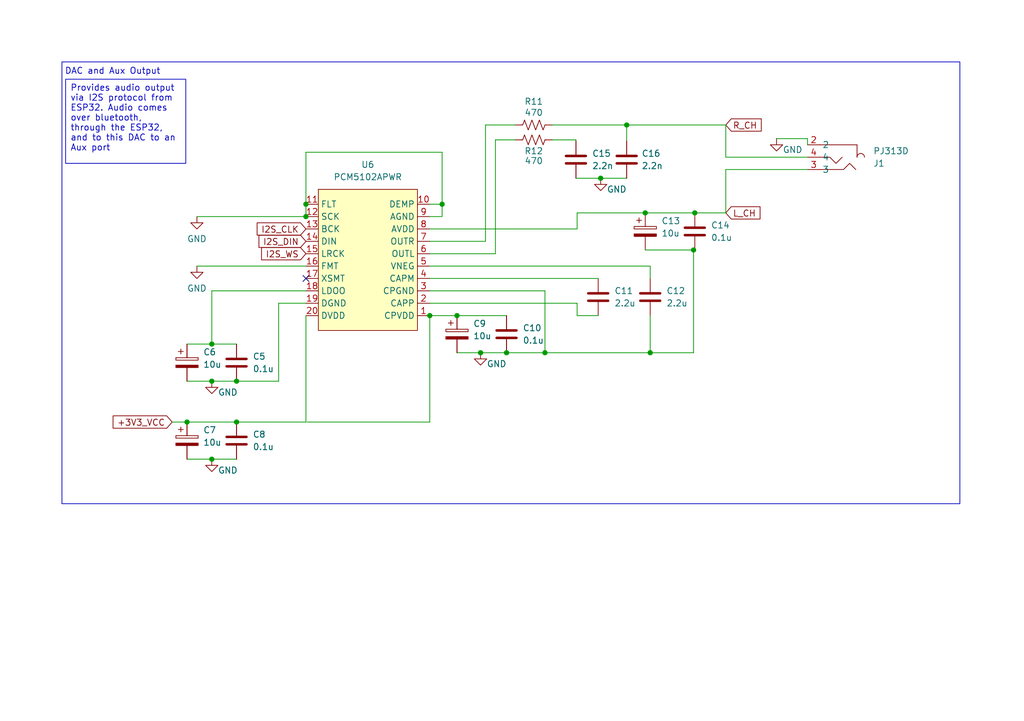
<source format=kicad_sch>
(kicad_sch (version 20250114) (generator "eeschema") (generator_version "9.0")
  (paper "A5")
  (lib_symbols
    (symbol "Device:C" (pin_numbers (hide yes)) (pin_names (offset 0.254))
      (property "Reference" "C" (at 0.635 2.54 0))
      (property "Value" "C" (at 0.635 -2.54 0))
      (symbol "C_0_1"
        (polyline (pts (xy -2.032 0.762) (xy 2.032 0.762)) (stroke (width 0.508)))
        (polyline (pts (xy -2.032 -0.762) (xy 2.032 -0.762)) (stroke (width 0.508)))
      )
      (symbol "C_1_1"
        (pin passive line (at 0 3.81 270) (length 2.794) (name "~") (number "1"))
        (pin passive line (at 0 -3.81 90) (length 2.794) (name "~") (number "2"))
      )
    )
    (symbol "Device:C_Polarized" (pin_numbers (hide yes)) (pin_names (offset 0.254))
      (property "Reference" "C" (at 0.635 2.54 0))
      (property "Value" "C_Polarized" (at 0.635 -2.54 0))
      (symbol "C_Polarized_0_1"
        (rectangle (start -2.286 0.508) (end 2.286 1.016))
        (polyline (pts (xy -1.778 2.286) (xy -0.762 2.286)))
        (polyline (pts (xy -1.27 2.794) (xy -1.27 1.778)))
        (rectangle (start 2.286 -0.508) (end -2.286 -1.016) (fill (type outline)))
      )
      (symbol "C_Polarized_1_1"
        (pin passive line (at 0 3.81 270) (length 2.794) (name "~") (number "1"))
        (pin passive line (at 0 -3.81 90) (length 2.794) (name "~") (number "2"))
      )
    )
    (symbol "Device:R_US" (pin_numbers (hide yes)) (pin_names (offset 0))
      (property "Reference" "R" (at 2.54 0 90))
      (property "Value" "R_US" (at -2.54 0 90))
      (symbol "R_US_0_1"
        (polyline (pts (xy 0 2.286) (xy 0 2.54)))
        (polyline (pts (xy 0 2.286) (xy 1.016 1.905) (xy 0 1.524) (xy -1.016 1.143) (xy 0 0.762)))
        (polyline (pts (xy 0 0.762) (xy 1.016 0.381) (xy 0 0) (xy -1.016 -0.381) (xy 0 -0.762)))
        (polyline (pts (xy 0 -0.762) (xy 1.016 -1.143) (xy 0 -1.524) (xy -1.016 -1.905) (xy 0 -2.286)))
        (polyline (pts (xy 0 -2.286) (xy 0 -2.54)))
      )
      (symbol "R_US_1_1"
        (pin passive line (at 0 3.81 270) (length 1.27) (name "~") (number "1"))
        (pin passive line (at 0 -3.81 90) (length 1.27) (name "~") (number "2"))
      )
    )
    (symbol "power:GND" (power) (pin_numbers (hide yes)) (pin_names (offset 0) (hide yes))
      (property "Value" "GND" (at 0 -3.81 0))
      (symbol "GND_0_1"
        (polyline (pts (xy 0 0) (xy 0 -1.27) (xy 1.27 -1.27) (xy 0 -2.54) (xy -1.27 -1.27) (xy 0 -1.27)))
      )
      (symbol "GND_1_1"
        (pin power_in line (at 0 0 270) (length 0) (name "~") (number "1"))
      )
    )
    (symbol "syms_foots:PCM5102APWR"
      (property "Reference" "U" (at 0 16.51 0))
      (property "Value" "PCM5102APWR" (at 0 -16.51 0))
      (symbol "PCM5102APWR_0_1"
        (rectangle (start -10.16 14.48) (end 10.16 -14.48) (fill (type background)))
        (pin unspecified line (at -12.7 11.43 0) (length 2.54) (name "FLT") (number "11"))
        (pin unspecified line (at -12.7 8.89 0) (length 2.54) (name "SCK") (number "12"))
        (pin unspecified line (at -12.7 6.35 0) (length 2.54) (name "BCK") (number "13"))
        (pin unspecified line (at -12.7 3.81 0) (length 2.54) (name "DIN") (number "14"))
        (pin unspecified line (at -12.7 1.27 0) (length 2.54) (name "LRCK") (number "15"))
        (pin unspecified line (at -12.7 -1.27 0) (length 2.54) (name "FMT") (number "16"))
        (pin unspecified line (at -12.7 -3.81 0) (length 2.54) (name "XSMT") (number "17"))
        (pin unspecified line (at -12.7 -6.35 0) (length 2.54) (name "LDOO") (number "18"))
        (pin unspecified line (at -12.7 -8.89 0) (length 2.54) (name "DGND") (number "19"))
        (pin unspecified line (at -12.7 -11.43 0) (length 2.54) (name "DVDD") (number "20"))
        (pin unspecified line (at 12.7 11.43 180) (length 2.54) (name "DEMP") (number "10"))
        (pin unspecified line (at 12.7 8.89 180) (length 2.54) (name "AGND") (number "9"))
        (pin unspecified line (at 12.7 6.35 180) (length 2.54) (name "AVDD") (number "8"))
        (pin unspecified line (at 12.7 3.81 180) (length 2.54) (name "OUTR") (number "7"))
        (pin unspecified line (at 12.7 1.27 180) (length 2.54) (name "OUTL") (number "6"))
        (pin unspecified line (at 12.7 -1.27 180) (length 2.54) (name "VNEG") (number "5"))
        (pin unspecified line (at 12.7 -3.81 180) (length 2.54) (name "CAPM") (number "4"))
        (pin unspecified line (at 12.7 -6.35 180) (length 2.54) (name "CPGND") (number "3"))
        (pin unspecified line (at 12.7 -8.89 180) (length 2.54) (name "CAPP") (number "2"))
        (pin unspecified line (at 12.7 -11.43 180) (length 2.54) (name "CPVDD") (number "1"))
      )
    )
    (symbol "syms_foots:PJ313D"
      (property "Reference" "J" (at 0 7.62 0))
      (property "Value" "PJ313D" (at 0 -7.62 0))
      (symbol "PJ313D_0_1"
        (arc (start -6.6 0) (mid -5.8449 0.7631) (end -5.08 0.01))
        (polyline (pts (xy -5.08 2.54) (xy -5.08 0)))
        (polyline (pts (xy 2.54 2.54) (xy -5.08 2.54)))
        (polyline (pts (xy 2.54 0) (xy 0.51 0) (xy -0.76 -1.27) (xy -2.03 0)))
        (polyline (pts (xy 2.54 -2.54) (xy -2.29 -2.54) (xy -3.56 -1.27) (xy -4.83 -2.54)))
        (pin input line (at 5.08 2.54 180) (length 2.54) (name "2") (number "2"))
        (pin input line (at 5.08 0 180) (length 2.54) (name "4") (number "4"))
        (pin input line (at 5.08 -2.54 180) (length 2.54) (name "3") (number "3"))
      )
    )
  )
  (rectangle (start 12.7 12.7) (end 196.85 103.378))
  (text "DAC and Aux Output" (at 23.114 14.732 0) (effects (font (size 1.27 1.27))))
  (text_box "Provides audio output via I2S protocol from ESP32. Audio comes over bluetooth, through the ESP32, and to this DAC to an Aux port" (at 13.462 16.256 0) (size 24.638 17.272) (margins 0.9525 0.9525 0.9525 0.9525) (effects (font (size 1.27 1.27)) (justify left top)))
  (junction (at 132.334 43.688))
  (junction (at 38.354 86.614))
  (junction (at 142.494 43.688))
  (junction (at 103.886 72.39))
  (junction (at 43.434 94.234))
  (junction (at 98.552 72.39))
  (junction (at 62.738 44.45))
  (junction (at 128.524 25.654))
  (junction (at 90.678 41.91))
  (junction (at 142.24 51.308))
  (junction (at 43.434 70.612))
  (junction (at 93.726 64.77))
  (junction (at 133.35 72.39))
  (junction (at 48.514 86.614))
  (junction (at 111.76 72.39))
  (junction (at 88.138 64.77))
  (junction (at 43.434 78.232))
  (junction (at 123.19 36.576))
  (junction (at 48.514 78.232))
  (junction (at 62.738 41.91))
  (no_connect (at 62.738 57.15))
  (wire (pts (xy 62.738 31.242) (xy 62.738 41.91)))
  (wire (pts (xy 62.992 86.614) (xy 88.138 86.614)))
  (wire (pts (xy 118.364 64.77) (xy 122.682 64.77)))
  (wire (pts (xy 43.434 70.612) (xy 48.514 70.612)))
  (wire (pts (xy 57.15 62.23) (xy 57.15 78.232)))
  (wire (pts (xy 38.354 70.612) (xy 43.434 70.612)))
  (wire (pts (xy 118.364 43.688) (xy 132.334 43.688)))
  (wire (pts (xy 165.608 28.448) (xy 165.608 29.718)))
  (wire (pts (xy 62.738 62.23) (xy 57.15 62.23)))
  (wire (pts (xy 142.494 51.308) (xy 142.24 51.308)))
  (wire (pts (xy 118.11 28.702) (xy 118.11 28.956)))
  (wire (pts (xy 133.35 64.77) (xy 133.35 72.39)))
  (wire (pts (xy 128.524 25.654) (xy 148.844 25.654)))
  (wire (pts (xy 90.678 41.91) (xy 90.678 31.242)))
  (wire (pts (xy 40.386 54.61) (xy 62.738 54.61)))
  (wire (pts (xy 118.11 36.576) (xy 123.19 36.576)))
  (wire (pts (xy 101.6 52.07) (xy 101.6 28.702)))
  (wire (pts (xy 101.6 28.702) (xy 105.664 28.702)))
  (wire (pts (xy 43.434 78.232) (xy 48.514 78.232)))
  (wire (pts (xy 142.24 51.308) (xy 142.24 72.39)))
  (wire (pts (xy 132.334 43.688) (xy 142.494 43.688)))
  (wire (pts (xy 148.844 34.798) (xy 148.844 43.688)))
  (wire (pts (xy 93.726 64.77) (xy 103.886 64.77)))
  (wire (pts (xy 88.138 52.07) (xy 101.6 52.07)))
  (wire (pts (xy 62.738 86.614) (xy 62.738 64.77)))
  (wire (pts (xy 99.568 25.654) (xy 105.664 25.654)))
  (wire (pts (xy 88.138 49.53) (xy 99.568 49.53)))
  (wire (pts (xy 148.844 32.258) (xy 165.608 32.258)))
  (wire (pts (xy 133.35 54.61) (xy 133.35 57.15)))
  (wire (pts (xy 88.138 41.91) (xy 90.678 41.91)))
  (wire (pts (xy 38.354 94.234) (xy 43.434 94.234)))
  (wire (pts (xy 123.19 36.576) (xy 128.524 36.576)))
  (wire (pts (xy 142.494 43.688) (xy 148.844 43.688)))
  (wire (pts (xy 38.354 78.232) (xy 43.434 78.232)))
  (wire (pts (xy 43.434 94.234) (xy 48.514 94.234)))
  (wire (pts (xy 35.306 86.614) (xy 38.354 86.614)))
  (wire (pts (xy 128.524 25.654) (xy 128.524 28.956)))
  (wire (pts (xy 90.678 31.242) (xy 62.738 31.242)))
  (wire (pts (xy 88.138 86.614) (xy 88.138 64.77)))
  (wire (pts (xy 48.514 86.614) (xy 62.738 86.614)))
  (wire (pts (xy 62.738 41.91) (xy 62.738 44.45)))
  (wire (pts (xy 48.514 78.232) (xy 57.15 78.232)))
  (wire (pts (xy 159.258 28.448) (xy 165.608 28.448)))
  (wire (pts (xy 165.608 34.798) (xy 148.844 34.798)))
  (wire (pts (xy 132.334 51.308) (xy 142.24 51.308)))
  (wire (pts (xy 142.24 72.39) (xy 133.35 72.39)))
  (wire (pts (xy 38.354 86.614) (xy 48.514 86.614)))
  (wire (pts (xy 118.364 62.23) (xy 118.364 64.77)))
  (wire (pts (xy 88.138 44.45) (xy 90.678 44.45)))
  (wire (pts (xy 43.434 59.69) (xy 62.738 59.69)))
  (wire (pts (xy 98.552 72.39) (xy 103.886 72.39)))
  (wire (pts (xy 43.434 70.612) (xy 43.434 59.69)))
  (wire (pts (xy 88.138 54.61) (xy 133.35 54.61)))
  (wire (pts (xy 103.886 72.39) (xy 111.76 72.39)))
  (wire (pts (xy 113.284 28.702) (xy 118.11 28.702)))
  (wire (pts (xy 88.138 62.23) (xy 118.364 62.23)))
  (wire (pts (xy 88.138 57.15) (xy 122.682 57.15)))
  (wire (pts (xy 88.138 46.99) (xy 118.364 46.99)))
  (wire (pts (xy 113.284 25.654) (xy 128.524 25.654)))
  (wire (pts (xy 148.844 25.654) (xy 148.844 32.258)))
  (wire (pts (xy 88.138 59.69) (xy 111.76 59.69)))
  (wire (pts (xy 118.364 46.99) (xy 118.364 43.688)))
  (wire (pts (xy 90.678 44.45) (xy 90.678 41.91)))
  (wire (pts (xy 93.726 72.39) (xy 98.552 72.39)))
  (wire (pts (xy 40.386 44.45) (xy 62.738 44.45)))
  (wire (pts (xy 133.35 72.39) (xy 111.76 72.39)))
  (wire (pts (xy 111.76 59.69) (xy 111.76 72.39)))
  (wire (pts (xy 99.568 49.53) (xy 99.568 25.654)))
  (wire (pts (xy 88.138 64.77) (xy 93.726 64.77)))
  (global_label "I2S_CLK" (shape input) (at 62.738 46.99 180) (property "Intersheetrefs" "${INTERSHEET_REFS}" (effects (hide yes))))
  (global_label "I2S_DIN" (shape input) (at 62.738 49.53 180) (property "Intersheetrefs" "${INTERSHEET_REFS}" (effects (hide yes))))
  (global_label "L_CH" (shape input) (at 148.844 43.688 0) (property "Intersheetrefs" "${INTERSHEET_REFS}" (effects (hide yes))))
  (global_label "I2S_WS" (shape input) (at 62.738 52.07 180) (property "Intersheetrefs" "${INTERSHEET_REFS}" (effects (hide yes))))
  (global_label "R_CH" (shape input) (at 148.844 25.654 0) (property "Intersheetrefs" "${INTERSHEET_REFS}" (effects (hide yes))))
  (global_label "+3V3_VCC" (shape input) (at 35.306 86.614 180) (property "Intersheetrefs" "${INTERSHEET_REFS}" (effects (hide yes))))
  (symbol (lib_id "syms_foots:PJ313D") (at 170.688 32.258 0) (mirror y) (unit 1)
    (property "Reference" "J1" (at 179.07 33.5281 0) (effects (justify right)))
    (property "Value" "PJ313D" (at 179.07 30.9881 0) (effects (justify right)))
    (property "Footprint" "syms_foots:AUDIO-TH_PJ313D" (effects (hide yes)))
    (property "Datasheet" "https://lcsc.com/product-detail/Audio-Connectors_Straight-headphone-jack_C18167.html" (effects (hide yes)))
    (property "LCSC Part" "C18167" (effects (hide yes)))
  )
  (symbol (lib_id "power:GND") (at 98.552 72.39 0) (unit 1)
    (property "Reference" "#PWR050" (effects (hide yes)))
    (property "Value" "GND" (at 101.854 74.676 0))
    (property "Description" "Power symbol creates a global label with name \"GND\" , ground" (effects (hide yes)))
  )
  (symbol (lib_id "syms_foots:PCM5102APWR") (at 75.438 53.34 0) (unit 1)
    (property "Reference" "U6" (at 75.438 33.782 0))
    (property "Value" "PCM5102APWR" (at 75.438 36.322 0))
    (property "Footprint" "syms_foots:TSSOP-20_L6.5-W4.4-P0.65-LS6.4-BL" (effects (hide yes)))
    (property "Datasheet" "https://lcsc.com/product-detail/Audio-A-D-Converter-ICs_TI_PCM5102APWR_PCM5102APWR_C107671.html" (effects (hide yes)))
    (property "LCSC Part" "C107671" (effects (hide yes)))
  )
  (symbol (lib_id "Device:C_Polarized") (at 93.726 68.58 0) (unit 1)
    (property "Reference" "C9" (at 97.028 66.4209 0) (effects (justify left)))
    (property "Value" "10u" (at 97.028 68.9609 0) (effects (justify left)))
    (property "Description" "Polarized capacitor" (effects (hide yes)))
  )
  (symbol (lib_id "power:GND") (at 123.19 36.576 0) (unit 1)
    (property "Reference" "#PWR055" (effects (hide yes)))
    (property "Value" "GND" (at 126.492 38.862 0))
    (property "Description" "Power symbol creates a global label with name \"GND\" , ground" (effects (hide yes)))
  )
  (symbol (lib_id "Device:C_Polarized") (at 38.354 74.422 0) (unit 1)
    (property "Reference" "C6" (at 41.656 72.2629 0) (effects (justify left)))
    (property "Value" "10u" (at 41.656 74.8029 0) (effects (justify left)))
    (property "Description" "Polarized capacitor" (effects (hide yes)))
  )
  (symbol (lib_id "Device:C_Polarized") (at 38.354 90.424 0) (unit 1)
    (property "Reference" "C7" (at 41.656 88.2649 0) (effects (justify left)))
    (property "Value" "10u" (at 41.656 90.8049 0) (effects (justify left)))
    (property "Description" "Polarized capacitor" (effects (hide yes)))
  )
  (symbol (lib_id "Device:C") (at 118.11 32.766 0) (unit 1)
    (property "Reference" "C15" (at 121.412 31.4959 0) (effects (justify left)))
    (property "Value" "2.2n" (at 121.412 34.0359 0) (effects (justify left)))
    (property "Description" "Unpolarized capacitor" (effects (hide yes)))
  )
  (symbol (lib_id "Device:R_US") (at 109.474 28.702 90) (unit 1)
    (property "Reference" "R12" (at 109.474 30.988 90))
    (property "Value" "470" (at 109.474 33.02 90))
    (property "Description" "Resistor, US symbol" (effects (hide yes)))
  )
  (symbol (lib_id "power:GND") (at 43.434 94.234 0) (unit 1)
    (property "Reference" "#PWR054" (effects (hide yes)))
    (property "Value" "GND" (at 46.736 96.52 0))
    (property "Description" "Power symbol creates a global label with name \"GND\" , ground" (effects (hide yes)))
  )
  (symbol (lib_id "Device:R_US") (at 109.474 25.654 90) (unit 1)
    (property "Reference" "R11" (at 109.474 20.828 90))
    (property "Value" "470" (at 109.474 23.114 90))
    (property "Description" "Resistor, US symbol" (effects (hide yes)))
  )
  (symbol (lib_id "Device:C") (at 128.524 32.766 0) (unit 1)
    (property "Reference" "C16" (at 131.572 31.4959 0) (effects (justify left)))
    (property "Value" "2.2n" (at 131.572 34.0359 0) (effects (justify left)))
    (property "Description" "Unpolarized capacitor" (effects (hide yes)))
  )
  (symbol (lib_id "Device:C") (at 133.35 60.96 0) (unit 1)
    (property "Reference" "C12" (at 136.652 59.6899 0) (effects (justify left)))
    (property "Value" "2.2u" (at 136.652 62.2299 0) (effects (justify left)))
    (property "Description" "Unpolarized capacitor" (effects (hide yes)))
  )
  (symbol (lib_id "Device:C_Polarized") (at 132.334 47.498 0) (unit 1)
    (property "Reference" "C13" (at 135.636 45.3389 0) (effects (justify left)))
    (property "Value" "10u" (at 135.636 47.8789 0) (effects (justify left)))
    (property "Description" "Polarized capacitor" (effects (hide yes)))
  )
  (symbol (lib_id "Device:C") (at 122.682 60.96 0) (unit 1)
    (property "Reference" "C11" (at 125.984 59.6899 0) (effects (justify left)))
    (property "Value" "2.2u" (at 125.984 62.2299 0) (effects (justify left)))
    (property "Description" "Unpolarized capacitor" (effects (hide yes)))
  )
  (symbol (lib_id "Device:C") (at 142.494 47.498 0) (unit 1)
    (property "Reference" "C14" (at 145.796 46.2279 0) (effects (justify left)))
    (property "Value" "0.1u" (at 145.796 48.7679 0) (effects (justify left)))
    (property "Description" "Unpolarized capacitor" (effects (hide yes)))
  )
  (symbol (lib_id "power:GND") (at 43.434 78.232 0) (unit 1)
    (property "Reference" "#PWR053" (effects (hide yes)))
    (property "Value" "GND" (at 46.736 80.518 0))
    (property "Description" "Power symbol creates a global label with name \"GND\" , ground" (effects (hide yes)))
  )
  (symbol (lib_id "power:GND") (at 159.258 28.448 0) (unit 1)
    (property "Reference" "#PWR056" (effects (hide yes)))
    (property "Value" "GND" (at 162.56 30.734 0))
    (property "Description" "Power symbol creates a global label with name \"GND\" , ground" (effects (hide yes)))
  )
  (symbol (lib_id "Device:C") (at 48.514 74.422 0) (unit 1)
    (property "Reference" "C5" (at 51.816 73.1519 0) (effects (justify left)))
    (property "Value" "0.1u" (at 51.816 75.6919 0) (effects (justify left)))
    (property "Description" "Unpolarized capacitor" (effects (hide yes)))
  )
  (symbol (lib_id "power:GND") (at 40.386 54.61 0) (unit 1)
    (property "Reference" "#PWR052" (effects (hide yes)))
    (property "Value" "GND" (at 40.386 59.182 0))
    (property "Description" "Power symbol creates a global label with name \"GND\" , ground" (effects (hide yes)))
  )
  (symbol (lib_id "Device:C") (at 48.514 90.424 0) (unit 1)
    (property "Reference" "C8" (at 51.816 89.1539 0) (effects (justify left)))
    (property "Value" "0.1u" (at 51.816 91.6939 0) (effects (justify left)))
    (property "Description" "Unpolarized capacitor" (effects (hide yes)))
  )
  (symbol (lib_id "Device:C") (at 103.886 68.58 0) (unit 1)
    (property "Reference" "C10" (at 107.188 67.3099 0) (effects (justify left)))
    (property "Value" "0.1u" (at 107.188 69.8499 0) (effects (justify left)))
    (property "Description" "Unpolarized capacitor" (effects (hide yes)))
  )
  (symbol (lib_id "power:GND") (at 40.386 44.45 0) (unit 1)
    (property "Reference" "#PWR051" (effects (hide yes)))
    (property "Value" "GND" (at 40.386 49.022 0))
    (property "Description" "Power symbol creates a global label with name \"GND\" , ground" (effects (hide yes)))
  )
)
</source>
